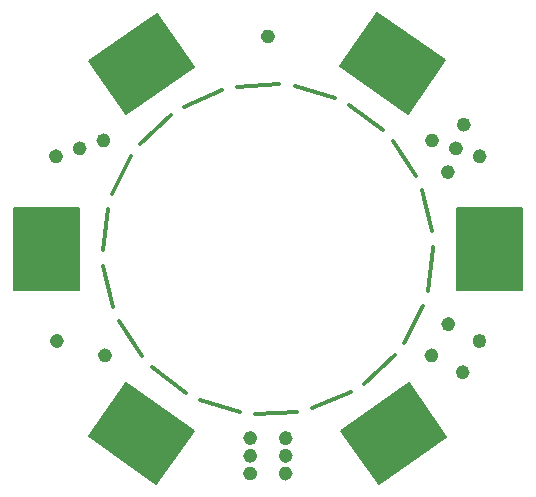
<source format=gbr>
%TF.GenerationSoftware,KiCad,Pcbnew,8.0.2*%
%TF.CreationDate,2025-06-01T21:04:34-04:00*%
%TF.ProjectId,casino-chip,63617369-6e6f-42d6-9368-69702e6b6963,0*%
%TF.SameCoordinates,Original*%
%TF.FileFunction,Soldermask,Bot*%
%TF.FilePolarity,Negative*%
%FSLAX46Y46*%
G04 Gerber Fmt 4.6, Leading zero omitted, Abs format (unit mm)*
G04 Created by KiCad (PCBNEW 8.0.2) date 2025-06-01 21:04:34*
%MOMM*%
%LPD*%
G01*
G04 APERTURE LIST*
%ADD10C,0.600000*%
%ADD11C,0.200000*%
%ADD12C,0.599998*%
%ADD13C,0.325000*%
G04 APERTURE END LIST*
D10*
X86373398Y-90800000D02*
G75*
G02*
X85773398Y-90800000I-300000J0D01*
G01*
X85773398Y-90800000D02*
G75*
G02*
X86373398Y-90800000I300000J0D01*
G01*
D11*
X93722764Y-115363440D02*
X90568094Y-119868776D01*
X84834030Y-115853741D01*
X87988700Y-111348405D01*
X93722764Y-115363440D01*
G36*
X93722764Y-115363440D02*
G01*
X90568094Y-119868776D01*
X84834030Y-115853741D01*
X87988700Y-111348405D01*
X93722764Y-115363440D01*
G37*
X78500000Y-96500000D02*
X84000000Y-96500000D01*
X84000000Y-103500000D01*
X78500000Y-103500000D01*
X78500000Y-96500000D01*
G36*
X78500000Y-96500000D02*
G01*
X84000000Y-96500000D01*
X84000000Y-103500000D01*
X78500000Y-103500000D01*
X78500000Y-96500000D01*
G37*
D10*
X98800000Y-119000000D02*
G75*
G02*
X98200000Y-119000000I-300000J0D01*
G01*
X98200000Y-119000000D02*
G75*
G02*
X98800000Y-119000000I300000J0D01*
G01*
X116211699Y-91473105D02*
G75*
G02*
X115611699Y-91473105I-300000J0D01*
G01*
X115611699Y-91473105D02*
G75*
G02*
X116211699Y-91473105I300000J0D01*
G01*
D11*
X115113612Y-115869521D02*
X109379548Y-119884556D01*
X106224878Y-115379220D01*
X111958942Y-111364185D01*
X115113612Y-115869521D01*
G36*
X115113612Y-115869521D02*
G01*
X109379548Y-119884556D01*
X106224878Y-115379220D01*
X111958942Y-111364185D01*
X115113612Y-115869521D01*
G37*
D12*
X114148703Y-109002673D02*
G75*
G02*
X113548705Y-109002673I-299999J0D01*
G01*
X113548705Y-109002673D02*
G75*
G02*
X114148703Y-109002673I299999J0D01*
G01*
D10*
X101800000Y-119000000D02*
G75*
G02*
X101200000Y-119000000I-300000J0D01*
G01*
X101200000Y-119000000D02*
G75*
G02*
X101800000Y-119000000I300000J0D01*
G01*
X118223396Y-92146209D02*
G75*
G02*
X117623396Y-92146209I-300000J0D01*
G01*
X117623396Y-92146209D02*
G75*
G02*
X118223396Y-92146209I300000J0D01*
G01*
X82350002Y-92146209D02*
G75*
G02*
X81750002Y-92146209I-300000J0D01*
G01*
X81750002Y-92146209D02*
G75*
G02*
X82350002Y-92146209I300000J0D01*
G01*
X100300000Y-82000000D02*
G75*
G02*
X99700000Y-82000000I-300000J0D01*
G01*
X99700000Y-82000000D02*
G75*
G02*
X100300000Y-82000000I300000J0D01*
G01*
X114200000Y-90800000D02*
G75*
G02*
X113600000Y-90800000I-300000J0D01*
G01*
X113600000Y-90800000D02*
G75*
G02*
X114200000Y-90800000I300000J0D01*
G01*
D11*
X116000000Y-96500000D02*
X121500000Y-96500000D01*
X121500000Y-103500000D01*
X116000000Y-103500000D01*
X116000000Y-96500000D01*
G36*
X116000000Y-96500000D02*
G01*
X121500000Y-96500000D01*
X121500000Y-103500000D01*
X116000000Y-103500000D01*
X116000000Y-96500000D01*
G37*
X93748786Y-84564721D02*
X88014722Y-88579757D01*
X84860052Y-84074420D01*
X90594116Y-80059385D01*
X93748786Y-84564721D01*
G36*
X93748786Y-84564721D02*
G01*
X88014722Y-88579757D01*
X84860052Y-84074420D01*
X90594116Y-80059385D01*
X93748786Y-84564721D01*
G37*
D10*
X116884803Y-89461406D02*
G75*
G02*
X116284803Y-89461406I-300000J0D01*
G01*
X116284803Y-89461406D02*
G75*
G02*
X116884803Y-89461406I300000J0D01*
G01*
D11*
X114985553Y-84027755D02*
X111830882Y-88533091D01*
X106096818Y-84518056D01*
X109251488Y-80012720D01*
X114985553Y-84027755D01*
G36*
X114985553Y-84027755D02*
G01*
X111830882Y-88533091D01*
X106096818Y-84518056D01*
X109251488Y-80012720D01*
X114985553Y-84027755D01*
G37*
D12*
X86499999Y-109000000D02*
G75*
G02*
X85900001Y-109000000I-299999J0D01*
G01*
X85900001Y-109000000D02*
G75*
G02*
X86499999Y-109000000I299999J0D01*
G01*
D10*
X101800000Y-116000000D02*
G75*
G02*
X101200000Y-116000000I-300000J0D01*
G01*
X101200000Y-116000000D02*
G75*
G02*
X101800000Y-116000000I300000J0D01*
G01*
X98800000Y-117500000D02*
G75*
G02*
X98200000Y-117500000I-300000J0D01*
G01*
X98200000Y-117500000D02*
G75*
G02*
X98800000Y-117500000I300000J0D01*
G01*
D12*
X118211334Y-107779979D02*
G75*
G02*
X117611336Y-107779979I-299999J0D01*
G01*
X117611336Y-107779979D02*
G75*
G02*
X118211334Y-107779979I299999J0D01*
G01*
D10*
X98800000Y-116000000D02*
G75*
G02*
X98200000Y-116000000I-300000J0D01*
G01*
X98200000Y-116000000D02*
G75*
G02*
X98800000Y-116000000I300000J0D01*
G01*
D13*
X114000000Y-100000000D02*
X113546024Y-103536273D01*
X113159769Y-104777077D02*
X111526392Y-107946210D01*
X110739933Y-108980748D02*
X108123214Y-111402340D01*
X107030951Y-112106433D02*
X103744983Y-113489814D01*
X102478023Y-113778947D02*
X98917230Y-113958066D01*
X97627651Y-113797534D02*
X94219446Y-112750890D01*
X93062039Y-112159962D02*
X90215518Y-110013187D01*
X89329210Y-109062795D02*
X87386050Y-106073572D01*
X86877228Y-104877793D02*
X86070672Y-101404928D01*
X86000411Y-100107296D02*
X86427271Y-96567646D01*
X86804005Y-95323919D02*
X88413045Y-92142360D01*
X89191553Y-91101826D02*
X91789636Y-88660250D01*
X92876471Y-87947807D02*
X96151740Y-86539283D01*
X97416447Y-86240448D02*
X100975762Y-86034045D01*
X102266534Y-86184688D02*
X105682661Y-87205182D01*
X106844563Y-87787221D02*
X109707453Y-89912118D01*
X110601018Y-90855689D02*
X112567031Y-93829932D01*
X113085002Y-95021776D02*
X113918151Y-98488358D01*
X113998355Y-99785414D02*
X114000000Y-100000000D01*
D10*
X115538593Y-93484803D02*
G75*
G02*
X114938593Y-93484803I-300000J0D01*
G01*
X114938593Y-93484803D02*
G75*
G02*
X115538593Y-93484803I300000J0D01*
G01*
D12*
X115568663Y-106360020D02*
G75*
G02*
X114968665Y-106360020I-299999J0D01*
G01*
X114968665Y-106360020D02*
G75*
G02*
X115568663Y-106360020I299999J0D01*
G01*
D10*
X84361699Y-91473105D02*
G75*
G02*
X83761699Y-91473105I-300000J0D01*
G01*
X83761699Y-91473105D02*
G75*
G02*
X84361699Y-91473105I300000J0D01*
G01*
D12*
X116791375Y-110422651D02*
G75*
G02*
X116191377Y-110422651I-299999J0D01*
G01*
X116191377Y-110422651D02*
G75*
G02*
X116791375Y-110422651I299999J0D01*
G01*
X82437368Y-107777286D02*
G75*
G02*
X81837370Y-107777286I-299999J0D01*
G01*
X81837370Y-107777286D02*
G75*
G02*
X82437368Y-107777286I299999J0D01*
G01*
D10*
X101800000Y-117500000D02*
G75*
G02*
X101200000Y-117500000I-300000J0D01*
G01*
X101200000Y-117500000D02*
G75*
G02*
X101800000Y-117500000I300000J0D01*
G01*
M02*

</source>
